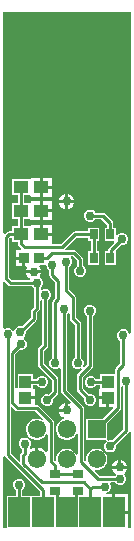
<source format=gbl>
G04*
G04 #@! TF.GenerationSoftware,Altium Limited,Altium Designer,21.0.9 (235)*
G04*
G04 Layer_Physical_Order=2*
G04 Layer_Color=16711680*
%FSLAX25Y25*%
%MOIN*%
G70*
G04*
G04 #@! TF.SameCoordinates,DB5CEA20-A306-4327-B62D-959DDA491E44*
G04*
G04*
G04 #@! TF.FilePolarity,Positive*
G04*
G01*
G75*
%ADD12C,0.01000*%
%ADD18R,0.03543X0.02756*%
%ADD37C,0.06102*%
%ADD38R,0.06102X0.06102*%
%ADD39C,0.03000*%
%ADD40R,0.02756X0.03543*%
%ADD41R,0.03347X0.03543*%
%ADD42R,0.04134X0.04134*%
%ADD43R,0.04921X0.04331*%
%ADD44R,0.07480X0.10000*%
G36*
X44924Y67460D02*
X44424Y67361D01*
X44215Y67865D01*
X43653Y68428D01*
X42917Y68732D01*
X42122D01*
X41387Y68428D01*
X40824Y67865D01*
X40520Y67130D01*
Y66334D01*
X40824Y65599D01*
X41387Y65037D01*
X41500Y64990D01*
Y57435D01*
X40027Y55962D01*
X39806Y55631D01*
X39728Y55241D01*
Y53847D01*
X34835D01*
Y52201D01*
X33443D01*
X33396Y52314D01*
X32834Y52877D01*
X32099Y53181D01*
X31303D01*
X30568Y52877D01*
X30005Y52314D01*
X29701Y51579D01*
Y50783D01*
X30005Y50048D01*
X30568Y49486D01*
X31303Y49181D01*
X32099D01*
X32834Y49486D01*
X33396Y50048D01*
X33443Y50161D01*
X34835D01*
Y49031D01*
X34335D01*
Y46465D01*
X37402D01*
Y45965D01*
X37902D01*
Y42898D01*
X38991D01*
X39183Y42436D01*
X35731Y38984D01*
X30071D01*
Y31882D01*
X36865D01*
X36999Y31557D01*
X37018Y31382D01*
X36494Y30857D01*
X36189Y30122D01*
Y29327D01*
X36494Y28591D01*
X37056Y28029D01*
X37791Y27724D01*
X38587D01*
X39322Y28029D01*
X39884Y28591D01*
X40189Y29327D01*
Y30122D01*
X40142Y30236D01*
X44193Y34287D01*
X44414Y34618D01*
X44424Y34666D01*
X44924Y34617D01*
Y2517D01*
X44110D01*
Y7374D01*
X39370D01*
Y7874D01*
X38870D01*
Y13874D01*
X36901D01*
X36815Y14339D01*
X37550Y14643D01*
X38113Y15206D01*
X38417Y15941D01*
Y16736D01*
X38151Y17378D01*
X38360Y17878D01*
X39793D01*
X39840Y17765D01*
X40402Y17202D01*
X41138Y16898D01*
X41933D01*
X42668Y17202D01*
X43231Y17765D01*
X43535Y18500D01*
Y19296D01*
X43231Y20030D01*
X42977Y20284D01*
X42763Y20699D01*
X42977Y20938D01*
X43458Y21418D01*
X43837Y22335D01*
X38840D01*
X39219Y21418D01*
X39922Y20715D01*
X39945Y20249D01*
X39677Y19917D01*
X34477D01*
X32920Y21475D01*
X32957Y21540D01*
X33220Y21882D01*
X34090D01*
X34993Y22124D01*
X35803Y22591D01*
X36464Y23253D01*
X36931Y24062D01*
X37173Y24965D01*
Y25901D01*
X36931Y26804D01*
X36464Y27613D01*
X35803Y28275D01*
X34993Y28742D01*
X34090Y28984D01*
X33154D01*
X32251Y28742D01*
X31442Y28275D01*
X30780Y27613D01*
X30313Y26804D01*
X30071Y25901D01*
Y25181D01*
X29627Y24894D01*
X29507Y24972D01*
X29366Y25101D01*
Y42520D01*
X29288Y42910D01*
X29067Y43241D01*
X23657Y48651D01*
Y73848D01*
X23771Y73895D01*
X24071Y74195D01*
X24571Y73988D01*
Y72441D01*
X24649Y72051D01*
X24870Y71720D01*
X26343Y70247D01*
Y59223D01*
X26229Y59176D01*
X25667Y58613D01*
X25362Y57878D01*
Y57082D01*
X25667Y56347D01*
X26229Y55785D01*
X26964Y55480D01*
X27760D01*
X28399Y55745D01*
X28682Y55321D01*
X27232Y53871D01*
X27011Y53540D01*
X26933Y53150D01*
Y48819D01*
X27011Y48429D01*
X27232Y48098D01*
X29543Y45787D01*
X29496Y45673D01*
Y44878D01*
X29801Y44143D01*
X30363Y43580D01*
X31098Y43276D01*
X31894D01*
X32629Y43580D01*
X33192Y44143D01*
X33496Y44878D01*
Y45673D01*
X33192Y46409D01*
X32629Y46971D01*
X31894Y47276D01*
X31098D01*
X30985Y47229D01*
X28972Y49241D01*
Y52727D01*
X32020Y55775D01*
X32241Y56106D01*
X32319Y56496D01*
Y73257D01*
X32432Y73304D01*
X32995Y73867D01*
X33299Y74602D01*
Y75398D01*
X32995Y76133D01*
X32432Y76696D01*
X31697Y77000D01*
X30901D01*
X30166Y76696D01*
X29604Y76133D01*
X29299Y75398D01*
Y74602D01*
X29604Y73867D01*
X30166Y73304D01*
X30280Y73257D01*
Y56918D01*
X29521Y56160D01*
X29098Y56443D01*
X29362Y57082D01*
Y57878D01*
X29058Y58613D01*
X28495Y59176D01*
X28382Y59223D01*
Y70669D01*
X28304Y71060D01*
X28083Y71390D01*
X26610Y72863D01*
Y79528D01*
X26533Y79918D01*
X26311Y80248D01*
X24445Y82115D01*
Y89596D01*
X24558Y89643D01*
X25121Y90206D01*
X25425Y90941D01*
Y91736D01*
X25121Y92471D01*
X25017Y92575D01*
X25224Y93075D01*
X25759D01*
X27130Y91704D01*
Y89931D01*
X27017Y89885D01*
X26454Y89322D01*
X26150Y88587D01*
Y87791D01*
X26454Y87056D01*
X27017Y86493D01*
X27752Y86189D01*
X28547D01*
X29283Y86493D01*
X29845Y87056D01*
X30150Y87791D01*
Y88587D01*
X29845Y89322D01*
X29283Y89885D01*
X29169Y89931D01*
Y92126D01*
X29092Y92516D01*
X28871Y92847D01*
X26902Y94815D01*
X26571Y95037D01*
X26181Y95114D01*
X23247D01*
X23040Y95614D01*
X26800Y99374D01*
X30799D01*
Y98122D01*
X31658D01*
Y94791D01*
X30799D01*
Y90248D01*
X34555D01*
Y94791D01*
X33697D01*
Y98122D01*
X34555D01*
Y102665D01*
X30799D01*
Y101413D01*
X26378D01*
X25988Y101336D01*
X25657Y101115D01*
X21625Y97083D01*
X19058D01*
X18618Y97228D01*
X18618Y97583D01*
Y99894D01*
X15157D01*
Y100394D01*
X14658D01*
Y103559D01*
X11697D01*
Y103446D01*
X11425Y103059D01*
X11197Y103059D01*
X9484D01*
Y105602D01*
X11425Y105602D01*
X11697Y105215D01*
Y105102D01*
X14658D01*
Y108268D01*
Y111433D01*
X11697D01*
Y111321D01*
X11425Y110933D01*
X11197Y110933D01*
X9484D01*
Y113476D01*
X11425Y113476D01*
X11697Y113089D01*
Y112976D01*
X14658D01*
Y116142D01*
Y119307D01*
X11697D01*
Y119195D01*
X11425Y118807D01*
X11197Y118807D01*
X5504D01*
Y113476D01*
X7445D01*
Y110933D01*
X5504D01*
Y105602D01*
X7445D01*
Y103059D01*
X5504D01*
Y101413D01*
X4331D01*
X3940Y101336D01*
X3610Y101115D01*
X3017Y100522D01*
X2517Y100729D01*
X2517Y174452D01*
X44924D01*
X44924Y67460D01*
D02*
G37*
G36*
X4200Y83531D02*
X4531Y83310D01*
X4921Y83232D01*
X12037D01*
X12084Y83119D01*
X12647Y82556D01*
X12760Y82509D01*
Y76210D01*
X11878Y75327D01*
X11656Y74997D01*
X11579Y74606D01*
Y72639D01*
X8694Y69754D01*
X8581Y69801D01*
X7785D01*
X7050Y69497D01*
X6488Y68934D01*
X6207Y68256D01*
X6011Y68201D01*
X5686Y68206D01*
X5664Y68259D01*
X5101Y68822D01*
X4366Y69126D01*
X3571D01*
X3017Y68897D01*
X2517Y69156D01*
Y84507D01*
X3017Y84715D01*
X4200Y83531D01*
D02*
G37*
G36*
X5504Y97728D02*
X7445D01*
Y97244D01*
X7523Y96854D01*
X7744Y96523D01*
X8475Y95791D01*
X8268Y95291D01*
X6579D01*
Y93020D01*
X9252D01*
Y92520D01*
X9752D01*
Y89748D01*
X10165D01*
X10413Y89248D01*
X10100Y88492D01*
X15097D01*
X14718Y89408D01*
X14378Y89748D01*
X14585Y90248D01*
X16543Y90248D01*
X16910Y89926D01*
X17202Y89221D01*
X17765Y88659D01*
X17878Y88612D01*
Y86811D01*
X17956Y86421D01*
X18177Y86090D01*
X19847Y84420D01*
Y79359D01*
X19161Y78674D01*
X18940Y78343D01*
X18862Y77953D01*
Y59223D01*
X18749Y59176D01*
X18186Y58613D01*
X17882Y57878D01*
Y57082D01*
X18186Y56347D01*
X18749Y55785D01*
X19484Y55480D01*
X20280D01*
X21015Y55785D01*
X21118Y55888D01*
X21618Y55681D01*
Y48228D01*
X21696Y47838D01*
X21917Y47507D01*
X25027Y44398D01*
X24743Y43974D01*
X24122Y44231D01*
Y41732D01*
X23622D01*
Y41232D01*
X21123D01*
X21503Y40316D01*
X22206Y39613D01*
X22741Y39391D01*
X22707Y38864D01*
X22251Y38742D01*
X21442Y38275D01*
X20780Y37613D01*
X20313Y36804D01*
X20071Y35901D01*
Y34966D01*
X20313Y34062D01*
X20780Y33253D01*
X21442Y32591D01*
X22251Y32124D01*
X23155Y31882D01*
X24090D01*
X24993Y32124D01*
X25802Y32591D01*
X26464Y33253D01*
X26827Y33882D01*
X27327Y33748D01*
Y27119D01*
X26827Y26985D01*
X26464Y27613D01*
X25802Y28275D01*
X24993Y28742D01*
X24090Y28984D01*
X23155D01*
X22251Y28742D01*
X21442Y28275D01*
X20780Y27613D01*
X20313Y26804D01*
X20071Y25901D01*
Y25275D01*
X19604Y25033D01*
X19327Y25246D01*
Y37795D01*
X19249Y38185D01*
X19028Y38516D01*
X14304Y43241D01*
X13973Y43462D01*
X13583Y43539D01*
X12910D01*
Y45465D01*
X9843D01*
Y46465D01*
X12910D01*
Y49031D01*
X12409D01*
Y50260D01*
X13710D01*
X13757Y50147D01*
X14320Y49584D01*
X15055Y49279D01*
X15851D01*
X16586Y49584D01*
X17148Y50147D01*
X17453Y50882D01*
Y51677D01*
X17148Y52412D01*
X16586Y52975D01*
X15851Y53280D01*
X15055D01*
X14320Y52975D01*
X13757Y52412D01*
X13710Y52299D01*
X12409D01*
Y53847D01*
X7276D01*
Y49385D01*
X7177Y49287D01*
X6536Y49307D01*
X6457Y49399D01*
Y60527D01*
X7757Y61826D01*
X7870Y61779D01*
X8665D01*
X9401Y62084D01*
X9963Y62647D01*
X10268Y63382D01*
Y64177D01*
X9963Y64912D01*
X9401Y65475D01*
X9250Y65537D01*
Y66079D01*
X9316Y66106D01*
X9879Y66668D01*
X10183Y67403D01*
Y68199D01*
X10136Y68312D01*
X13319Y71496D01*
X13540Y71826D01*
X13618Y72216D01*
Y74184D01*
X14501Y75066D01*
X14721Y75397D01*
X14799Y75787D01*
Y78167D01*
X15299Y78432D01*
X15516Y78286D01*
Y63808D01*
X14436Y62729D01*
X14216Y62398D01*
X14138Y62008D01*
Y56890D01*
X14216Y56500D01*
X14436Y56169D01*
X18862Y51743D01*
Y48257D01*
X17637Y47032D01*
X17524Y47079D01*
X16728D01*
X15993Y46774D01*
X15430Y46212D01*
X15126Y45477D01*
Y44681D01*
X15430Y43946D01*
X15993Y43383D01*
X16728Y43079D01*
X17524D01*
X18259Y43383D01*
X18822Y43946D01*
X19126Y44681D01*
Y45477D01*
X19079Y45590D01*
X20603Y47114D01*
X20824Y47444D01*
X20901Y47835D01*
Y52165D01*
X20824Y52556D01*
X20603Y52886D01*
X16177Y57312D01*
Y61586D01*
X17256Y62665D01*
X17477Y62996D01*
X17555Y63386D01*
Y78572D01*
X17668Y78619D01*
X18231Y79182D01*
X18535Y79917D01*
Y80713D01*
X18231Y81448D01*
X17668Y82011D01*
X16933Y82315D01*
X16138D01*
X15436Y82025D01*
X15224Y82103D01*
X14941Y82250D01*
X14930Y82374D01*
X14932Y82576D01*
X15475Y83119D01*
X15779Y83854D01*
Y84650D01*
X15475Y85385D01*
X14912Y85948D01*
X14746Y86016D01*
X14649Y86507D01*
X14718Y86576D01*
X15097Y87492D01*
X10100D01*
X10479Y86576D01*
X11182Y85873D01*
X11427Y85772D01*
X11327Y85272D01*
X5344D01*
X4563Y86052D01*
Y99184D01*
X4753Y99374D01*
X5504D01*
Y97728D01*
D02*
G37*
G36*
X6562Y41799D02*
X6893Y41578D01*
X7283Y41500D01*
X13160D01*
X15816Y38844D01*
X15509Y38444D01*
X14993Y38742D01*
X14090Y38984D01*
X13155D01*
X12251Y38742D01*
X11442Y38275D01*
X10780Y37613D01*
X10313Y36804D01*
X10071Y35901D01*
Y34966D01*
X10313Y34062D01*
X10780Y33253D01*
X11442Y32591D01*
X12251Y32124D01*
X13155Y31882D01*
X14090D01*
X14993Y32124D01*
X15802Y32591D01*
X16464Y33253D01*
X16788Y33813D01*
X17288Y33680D01*
Y28105D01*
X16788Y27997D01*
X16109Y28675D01*
X15186Y29208D01*
X14155Y29484D01*
X14122D01*
Y25433D01*
X13122D01*
Y29484D01*
X13089D01*
X12058Y29208D01*
X11598Y28942D01*
X10924Y29130D01*
X10914Y29148D01*
X11341Y29576D01*
X11646Y30311D01*
Y31106D01*
X11341Y31842D01*
X10779Y32404D01*
X10044Y32709D01*
X9248D01*
X8513Y32404D01*
X7950Y31842D01*
X7646Y31106D01*
Y30311D01*
X7950Y29576D01*
X8513Y29013D01*
X8626Y28966D01*
Y27711D01*
X8411Y27495D01*
X8190Y27165D01*
X8112Y26774D01*
Y24889D01*
X7650Y24697D01*
X4957Y27391D01*
Y42751D01*
X5418Y42943D01*
X6562Y41799D01*
D02*
G37*
G36*
X42453Y49601D02*
Y35430D01*
X38700Y31677D01*
X38587Y31724D01*
X37791D01*
X37570Y31633D01*
X37173Y32010D01*
Y37542D01*
X41469Y41838D01*
X41690Y42169D01*
X41768Y42559D01*
Y49457D01*
X42268Y49725D01*
X42453Y49601D01*
D02*
G37*
G36*
X3017Y26546D02*
X3216Y26248D01*
X14728Y14735D01*
Y13374D01*
X8894D01*
Y15187D01*
X9007Y15234D01*
X9569Y15796D01*
X9874Y16531D01*
Y17327D01*
X9569Y18062D01*
X9007Y18625D01*
X8272Y18929D01*
X7476D01*
X6741Y18625D01*
X6179Y18062D01*
X5874Y17327D01*
Y16531D01*
X6179Y15796D01*
X6741Y15234D01*
X6854Y15187D01*
Y13374D01*
X3634D01*
Y2517D01*
X2517D01*
Y26264D01*
X2980Y26551D01*
X3017Y26546D01*
D02*
G37*
%LPC*%
G36*
X18618Y119307D02*
X15657D01*
Y116642D01*
X18618D01*
Y119307D01*
D02*
G37*
G36*
Y115642D02*
X15657D01*
Y112976D01*
X18618D01*
Y115642D01*
D02*
G37*
G36*
X24122Y113916D02*
Y111917D01*
X26121D01*
X25741Y112833D01*
X25038Y113537D01*
X24122Y113916D01*
D02*
G37*
G36*
X23122D02*
X22206Y113537D01*
X21503Y112833D01*
X21123Y111917D01*
X23122D01*
Y113916D01*
D02*
G37*
G36*
X26121Y110917D02*
X24122D01*
Y108918D01*
X25038Y109298D01*
X25741Y110001D01*
X26121Y110917D01*
D02*
G37*
G36*
X23122D02*
X21123D01*
X21503Y110001D01*
X22206Y109298D01*
X23122Y108918D01*
Y110917D01*
D02*
G37*
G36*
X18618Y111433D02*
X15657D01*
Y108768D01*
X18618D01*
Y111433D01*
D02*
G37*
G36*
Y107768D02*
X15657D01*
Y105102D01*
X18618D01*
Y107768D01*
D02*
G37*
G36*
Y103559D02*
X15657D01*
Y100894D01*
X18618D01*
Y103559D01*
D02*
G37*
G36*
X31894Y108693D02*
X31098D01*
X30363Y108388D01*
X29801Y107826D01*
X29496Y107091D01*
Y106295D01*
X29801Y105560D01*
X30363Y104997D01*
X31098Y104693D01*
X31894D01*
X32629Y104997D01*
X33192Y105560D01*
X33239Y105673D01*
X35208D01*
X37169Y103711D01*
Y102665D01*
X36311D01*
Y98122D01*
X39334D01*
X39525Y97660D01*
X37665Y95800D01*
X37444Y95469D01*
X37366Y95079D01*
Y94791D01*
X36311D01*
Y90248D01*
X40067D01*
Y94791D01*
X40067D01*
X39913Y95164D01*
X41615Y96866D01*
X41728Y96819D01*
X42524D01*
X43259Y97123D01*
X43821Y97686D01*
X44126Y98421D01*
Y99217D01*
X43821Y99952D01*
X43259Y100514D01*
X42524Y100819D01*
X41728D01*
X40993Y100514D01*
X40567Y100088D01*
X40067Y100281D01*
Y102665D01*
X39209D01*
Y104134D01*
X39131Y104524D01*
X38910Y104855D01*
X36351Y107414D01*
X36020Y107635D01*
X35630Y107712D01*
X33239D01*
X33192Y107826D01*
X32629Y108388D01*
X31894Y108693D01*
D02*
G37*
G36*
X36902Y45465D02*
X34335D01*
Y42898D01*
X36902D01*
Y45465D01*
D02*
G37*
G36*
X41839Y25333D02*
Y23335D01*
X43837D01*
X43458Y24251D01*
X42755Y24954D01*
X41839Y25333D01*
D02*
G37*
G36*
X40839D02*
X39922Y24954D01*
X39219Y24251D01*
X38840Y23335D01*
X40839D01*
Y25333D01*
D02*
G37*
G36*
X44110Y13874D02*
X39870D01*
Y8374D01*
X44110D01*
Y13874D01*
D02*
G37*
G36*
X8752Y92020D02*
X6579D01*
Y89748D01*
X8752D01*
Y92020D01*
D02*
G37*
G36*
X23122Y44231D02*
X22206Y43852D01*
X21503Y43148D01*
X21123Y42232D01*
X23122D01*
Y44231D01*
D02*
G37*
%LPD*%
D12*
X34055Y18898D02*
X41535D01*
X15157Y62008D02*
X16535Y63386D01*
X15157Y56890D02*
X19882Y52165D01*
X15157Y56890D02*
Y62008D01*
X20866Y78937D02*
Y84842D01*
X18898Y86811D02*
X20866Y84842D01*
X19882Y57480D02*
Y77953D01*
X20866Y78937D01*
X19882Y57480D02*
X20079Y57284D01*
X18898Y86811D02*
Y90354D01*
X13780Y75787D02*
Y84252D01*
X12598Y74606D02*
X13780Y75787D01*
X12598Y72216D02*
Y74606D01*
X8183Y67801D02*
X12598Y72216D01*
X3937Y67094D02*
X3968Y67126D01*
X3937Y26969D02*
Y67094D01*
Y26969D02*
X15748Y15157D01*
X17126Y45079D02*
X19882Y47835D01*
Y52165D01*
X16535Y63386D02*
Y80315D01*
X22638Y48228D02*
Y75590D01*
X23425Y81693D02*
X25591Y79528D01*
X23043Y90956D02*
X23425Y91339D01*
Y81693D02*
Y91339D01*
X25591Y72441D02*
Y79528D01*
X31496Y15587D02*
X32247Y16339D01*
X36417D01*
X31496Y8268D02*
Y15587D01*
X28346Y24606D02*
X34055Y18898D01*
X9132Y23895D02*
Y26774D01*
X9646Y27288D02*
Y30709D01*
X9132Y26774D02*
X9646Y27288D01*
X9132Y23895D02*
X15310Y17717D01*
X29367D01*
X31496Y15587D01*
Y8268D02*
X31496Y8268D01*
Y7874D02*
Y8268D01*
X42520Y66732D02*
X42520Y66732D01*
X42323Y66929D02*
X42520Y66732D01*
X40748Y42559D02*
Y55241D01*
X33622Y35433D02*
X40748Y42559D01*
Y55241D02*
X42520Y57013D01*
Y66732D01*
X42520Y66732D02*
X42520D01*
X38386Y92717D02*
Y95079D01*
X42126Y98819D01*
X38189Y92520D02*
X38386Y92717D01*
X27953Y48819D02*
X31496Y45276D01*
X27953Y48819D02*
Y53150D01*
X31299Y56496D01*
Y75000D01*
X38189Y29724D02*
X43472Y35008D01*
Y51689D01*
X32677Y92520D02*
Y100394D01*
X26181Y94095D02*
X28150Y92126D01*
Y88189D02*
Y92126D01*
X26378Y100394D02*
X32677D01*
X22047Y96063D02*
X26378Y100394D01*
X9646Y96063D02*
X22047D01*
X8465Y97244D02*
Y100394D01*
Y97244D02*
X9646Y96063D01*
X31496Y106693D02*
X35630D01*
X38189Y104134D01*
Y100394D02*
Y104134D01*
X18701Y94095D02*
X26181D01*
X17126Y92520D02*
X18701Y94095D01*
X14370Y92520D02*
X17126D01*
X7874Y7874D02*
Y16929D01*
X28346Y24606D02*
Y42520D01*
X22638Y48228D02*
X28346Y42520D01*
X25591Y72441D02*
X27362Y70669D01*
X15748Y7874D02*
Y15157D01*
X5437Y60949D02*
X8268Y63779D01*
X5437Y44366D02*
X7283Y42520D01*
X5437Y44366D02*
Y60949D01*
X7283Y42520D02*
X13583D01*
X18307Y37795D01*
Y24728D02*
Y37795D01*
Y24728D02*
X19685Y23350D01*
Y20472D02*
Y23350D01*
Y20472D02*
X27559D01*
X20488Y11008D02*
Y14157D01*
X19685Y14961D02*
X20488Y14157D01*
Y11008D02*
X23622Y7874D01*
X26756Y11008D02*
Y14157D01*
X27559Y14961D01*
X23622Y7874D02*
X26756Y11008D01*
X9843Y51279D02*
X15453D01*
X31701Y51181D02*
X37303D01*
X37402Y51279D01*
X27362Y57480D02*
Y70669D01*
X4921Y84252D02*
X13780D01*
X3543Y85630D02*
Y99606D01*
Y85630D02*
X4921Y84252D01*
X3543Y99606D02*
X4331Y100394D01*
X8465D01*
Y108268D01*
Y116142D01*
D18*
X19685Y20472D02*
D03*
Y14961D02*
D03*
X27559Y20472D02*
D03*
Y14961D02*
D03*
D37*
X13622Y25433D02*
D03*
X23622D02*
D03*
X33622D02*
D03*
X13622Y35433D02*
D03*
X23622D02*
D03*
D38*
X33622D02*
D03*
D39*
X41535Y18898D02*
D03*
X41339Y22835D02*
D03*
X23622Y41732D02*
D03*
Y111417D02*
D03*
X12598Y87992D02*
D03*
X8183Y67801D02*
D03*
X3968Y67126D02*
D03*
X19882Y57480D02*
D03*
X17126Y45079D02*
D03*
X16535Y80315D02*
D03*
X22638Y75590D02*
D03*
X36417Y16339D02*
D03*
X9646Y30709D02*
D03*
X42520Y66732D02*
D03*
X42126Y98819D02*
D03*
X31496Y45276D02*
D03*
X31299Y75000D02*
D03*
X43472Y51689D02*
D03*
X38189Y29724D02*
D03*
X28150Y88189D02*
D03*
X31496Y106693D02*
D03*
X18898Y90354D02*
D03*
X23425Y91339D02*
D03*
X7874Y16929D02*
D03*
X8268Y63779D02*
D03*
X31701Y51181D02*
D03*
X15453Y51279D02*
D03*
X27362Y57480D02*
D03*
X13780Y84252D02*
D03*
D40*
X32677Y92520D02*
D03*
X38189D02*
D03*
X32677Y100394D02*
D03*
X38189D02*
D03*
D41*
X9252Y92520D02*
D03*
X14370D02*
D03*
D42*
X9843Y51279D02*
D03*
Y45965D02*
D03*
X37402D02*
D03*
Y51279D02*
D03*
D43*
X8465Y100394D02*
D03*
X15157D02*
D03*
X8465Y108268D02*
D03*
X15157D02*
D03*
X8465Y116142D02*
D03*
X15157D02*
D03*
D44*
X7874Y7874D02*
D03*
X15748D02*
D03*
X39370D02*
D03*
X23622D02*
D03*
X31496D02*
D03*
M02*

</source>
